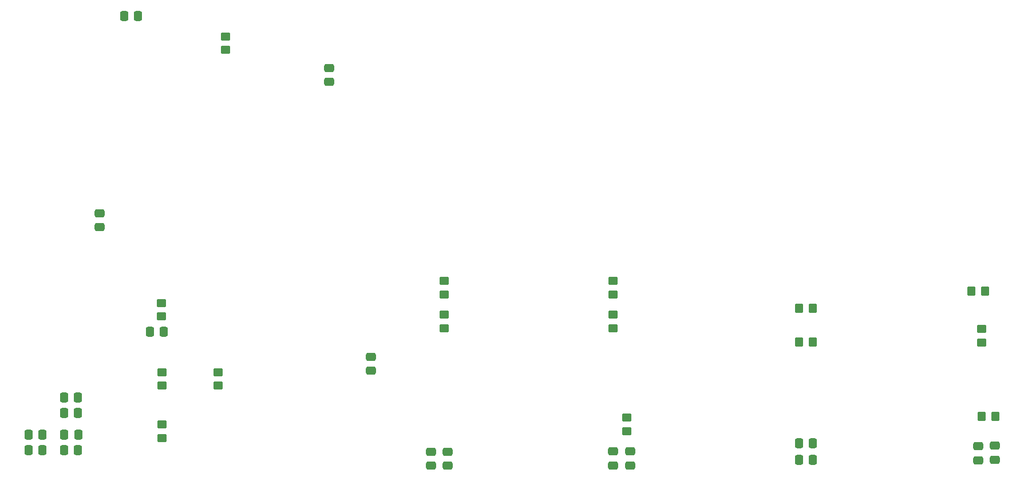
<source format=gbr>
%TF.GenerationSoftware,KiCad,Pcbnew,(6.0.0)*%
%TF.CreationDate,2024-03-23T23:35:01-05:00*%
%TF.ProjectId,MCD,4d43442e-6b69-4636-9164-5f7063625858,rev?*%
%TF.SameCoordinates,Original*%
%TF.FileFunction,Paste,Bot*%
%TF.FilePolarity,Positive*%
%FSLAX46Y46*%
G04 Gerber Fmt 4.6, Leading zero omitted, Abs format (unit mm)*
G04 Created by KiCad (PCBNEW (6.0.0)) date 2024-03-23 23:35:01*
%MOMM*%
%LPD*%
G01*
G04 APERTURE LIST*
G04 Aperture macros list*
%AMRoundRect*
0 Rectangle with rounded corners*
0 $1 Rounding radius*
0 $2 $3 $4 $5 $6 $7 $8 $9 X,Y pos of 4 corners*
0 Add a 4 corners polygon primitive as box body*
4,1,4,$2,$3,$4,$5,$6,$7,$8,$9,$2,$3,0*
0 Add four circle primitives for the rounded corners*
1,1,$1+$1,$2,$3*
1,1,$1+$1,$4,$5*
1,1,$1+$1,$6,$7*
1,1,$1+$1,$8,$9*
0 Add four rect primitives between the rounded corners*
20,1,$1+$1,$2,$3,$4,$5,0*
20,1,$1+$1,$4,$5,$6,$7,0*
20,1,$1+$1,$6,$7,$8,$9,0*
20,1,$1+$1,$8,$9,$2,$3,0*%
G04 Aperture macros list end*
%ADD10RoundRect,0.250000X-0.350000X-0.450000X0.350000X-0.450000X0.350000X0.450000X-0.350000X0.450000X0*%
%ADD11RoundRect,0.250000X0.350000X0.450000X-0.350000X0.450000X-0.350000X-0.450000X0.350000X-0.450000X0*%
%ADD12RoundRect,0.250000X0.475000X-0.337500X0.475000X0.337500X-0.475000X0.337500X-0.475000X-0.337500X0*%
%ADD13RoundRect,0.250000X0.450000X-0.350000X0.450000X0.350000X-0.450000X0.350000X-0.450000X-0.350000X0*%
%ADD14RoundRect,0.250000X0.337500X0.475000X-0.337500X0.475000X-0.337500X-0.475000X0.337500X-0.475000X0*%
%ADD15RoundRect,0.250000X-0.450000X0.350000X-0.450000X-0.350000X0.450000X-0.350000X0.450000X0.350000X0*%
%ADD16RoundRect,0.250000X-0.337500X-0.475000X0.337500X-0.475000X0.337500X0.475000X-0.337500X0.475000X0*%
%ADD17RoundRect,0.250000X-0.475000X0.337500X-0.475000X-0.337500X0.475000X-0.337500X0.475000X0.337500X0*%
G04 APERTURE END LIST*
D10*
%TO.C,R11*%
X269000000Y-121500000D03*
X271000000Y-121500000D03*
%TD*%
D11*
%TO.C,R5*%
X245500000Y-129000000D03*
X243500000Y-129000000D03*
%TD*%
D12*
%TO.C,C3*%
X216000000Y-147287500D03*
X216000000Y-145212500D03*
%TD*%
D13*
%TO.C,R1*%
X157500000Y-135500000D03*
X157500000Y-133500000D03*
%TD*%
D14*
%TO.C,C6*%
X136860000Y-142750000D03*
X134785000Y-142750000D03*
%TD*%
D15*
%TO.C,R15*%
X158650000Y-83800000D03*
X158650000Y-85800000D03*
%TD*%
D13*
%TO.C,R14*%
X270500000Y-129100000D03*
X270500000Y-127100000D03*
%TD*%
D15*
%TO.C,R7*%
X216000000Y-120000000D03*
X216000000Y-122000000D03*
%TD*%
D12*
%TO.C,C1*%
X218500000Y-147287500D03*
X218500000Y-145212500D03*
%TD*%
D15*
%TO.C,R8*%
X218000000Y-140250000D03*
X218000000Y-142250000D03*
%TD*%
D11*
%TO.C,R6*%
X245500000Y-124000000D03*
X243500000Y-124000000D03*
%TD*%
D14*
%TO.C,C22*%
X149537500Y-127500000D03*
X147462500Y-127500000D03*
%TD*%
D12*
%TO.C,C2*%
X272400000Y-146475000D03*
X272400000Y-144400000D03*
%TD*%
%TO.C,C10*%
X189000000Y-147325000D03*
X189000000Y-145250000D03*
%TD*%
%TO.C,C4*%
X270000000Y-146537500D03*
X270000000Y-144462500D03*
%TD*%
D15*
%TO.C,R9*%
X149250000Y-133500000D03*
X149250000Y-135500000D03*
%TD*%
D14*
%TO.C,C16*%
X145687500Y-80800000D03*
X143612500Y-80800000D03*
%TD*%
D13*
%TO.C,R2*%
X149250000Y-143250000D03*
X149250000Y-141250000D03*
%TD*%
D12*
%TO.C,C13*%
X191500000Y-147325000D03*
X191500000Y-145250000D03*
%TD*%
D14*
%TO.C,C9*%
X136837500Y-139500000D03*
X134762500Y-139500000D03*
%TD*%
D12*
%TO.C,C15*%
X174000000Y-90537500D03*
X174000000Y-88462500D03*
%TD*%
D14*
%TO.C,C5*%
X136837500Y-145000000D03*
X134762500Y-145000000D03*
%TD*%
D15*
%TO.C,R3*%
X191000000Y-125000000D03*
X191000000Y-127000000D03*
%TD*%
D14*
%TO.C,C11*%
X245537500Y-144000000D03*
X243462500Y-144000000D03*
%TD*%
%TO.C,C7*%
X136837500Y-137250000D03*
X134762500Y-137250000D03*
%TD*%
D16*
%TO.C,C12*%
X129475000Y-145000000D03*
X131550000Y-145000000D03*
%TD*%
D17*
%TO.C,C17*%
X140000000Y-109962500D03*
X140000000Y-112037500D03*
%TD*%
D14*
%TO.C,C8*%
X245537500Y-146500000D03*
X243462500Y-146500000D03*
%TD*%
D12*
%TO.C,C23*%
X180150510Y-133297500D03*
X180150510Y-131222500D03*
%TD*%
D13*
%TO.C,R13*%
X149150510Y-125260000D03*
X149150510Y-123260000D03*
%TD*%
D11*
%TO.C,R12*%
X272500000Y-140000000D03*
X270500000Y-140000000D03*
%TD*%
D16*
%TO.C,C14*%
X129512500Y-142750000D03*
X131587500Y-142750000D03*
%TD*%
D15*
%TO.C,R10*%
X216000000Y-125000000D03*
X216000000Y-127000000D03*
%TD*%
%TO.C,R4*%
X191000000Y-120000000D03*
X191000000Y-122000000D03*
%TD*%
M02*

</source>
